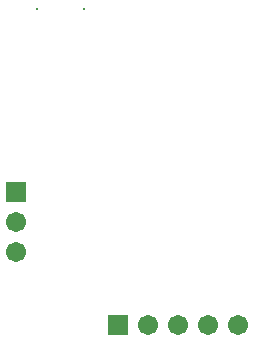
<source format=gbs>
G04 Layer_Color=16711935*
%FSLAX25Y25*%
%MOIN*%
G70*
G01*
G75*
%ADD55R,0.06706X0.06706*%
%ADD56C,0.06706*%
%ADD57C,0.00800*%
%ADD58R,0.06706X0.06706*%
D55*
X302994Y609479D02*
D03*
D56*
Y599479D02*
D03*
Y589479D02*
D03*
X376894Y565079D02*
D03*
X366894D02*
D03*
X356894D02*
D03*
X346894D02*
D03*
D57*
X310020Y670403D02*
D03*
X325768D02*
D03*
D58*
X336894Y565079D02*
D03*
M02*

</source>
